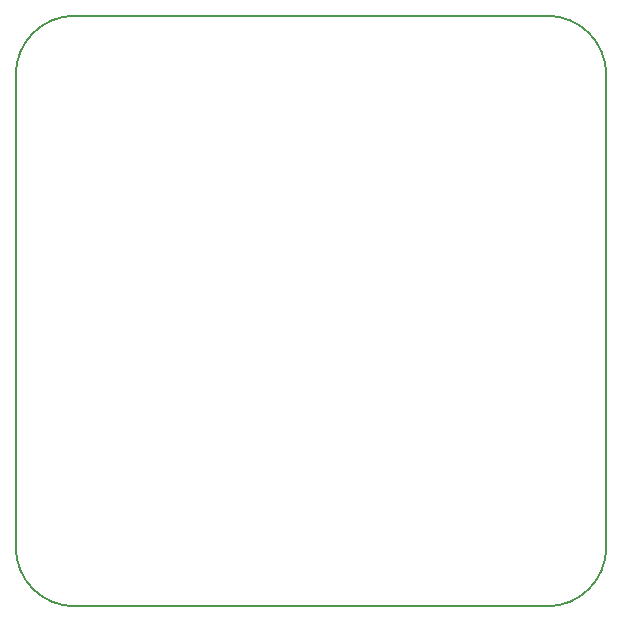
<source format=gbo>
G04 #@! TF.FileFunction,Legend,Bot*
%FSLAX46Y46*%
G04 Gerber Fmt 4.6, Leading zero omitted, Abs format (unit mm)*
G04 Created by KiCad (PCBNEW 4.0.2+dfsg1-stable) date Fr 03 Mär 2017 16:08:00 CET*
%MOMM*%
G01*
G04 APERTURE LIST*
%ADD10C,0.100000*%
%ADD11C,0.150000*%
G04 APERTURE END LIST*
D10*
D11*
X100000000Y-80000000D02*
G75*
G03X95000000Y-85000000I0J-5000000D01*
G01*
X145000000Y-85000000D02*
G75*
G03X140000000Y-80000000I-5000000J0D01*
G01*
X140000000Y-130000000D02*
G75*
G03X145000000Y-125000000I0J5000000D01*
G01*
X95000000Y-125000000D02*
G75*
G03X100000000Y-130000000I5000000J0D01*
G01*
X95000000Y-85000000D02*
X95000000Y-125000000D01*
X140000000Y-80000000D02*
X100000000Y-80000000D01*
X145000000Y-125000000D02*
X145000000Y-85000000D01*
X100000000Y-130000000D02*
X140000000Y-130000000D01*
M02*

</source>
